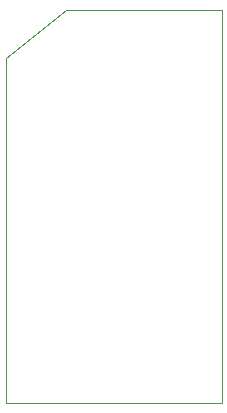
<source format=gbr>
%TF.GenerationSoftware,KiCad,Pcbnew,(5.1.8)-1*%
%TF.CreationDate,2021-11-24T15:46:08-08:00*%
%TF.ProjectId,ISP_SMT_Pogo_10p,4953505f-534d-4545-9f50-6f676f5f3130,rev?*%
%TF.SameCoordinates,Original*%
%TF.FileFunction,Profile,NP*%
%FSLAX46Y46*%
G04 Gerber Fmt 4.6, Leading zero omitted, Abs format (unit mm)*
G04 Created by KiCad (PCBNEW (5.1.8)-1) date 2021-11-24 15:46:08*
%MOMM*%
%LPD*%
G01*
G04 APERTURE LIST*
%TA.AperFunction,Profile*%
%ADD10C,0.050000*%
%TD*%
G04 APERTURE END LIST*
D10*
X132715000Y-65278000D02*
X127635000Y-69342000D01*
X127635000Y-98552000D02*
X127635000Y-69342000D01*
X145923000Y-98552000D02*
X127635000Y-98552000D01*
X145923000Y-65278000D02*
X145923000Y-98552000D01*
X132715000Y-65278000D02*
X145923000Y-65278000D01*
M02*

</source>
